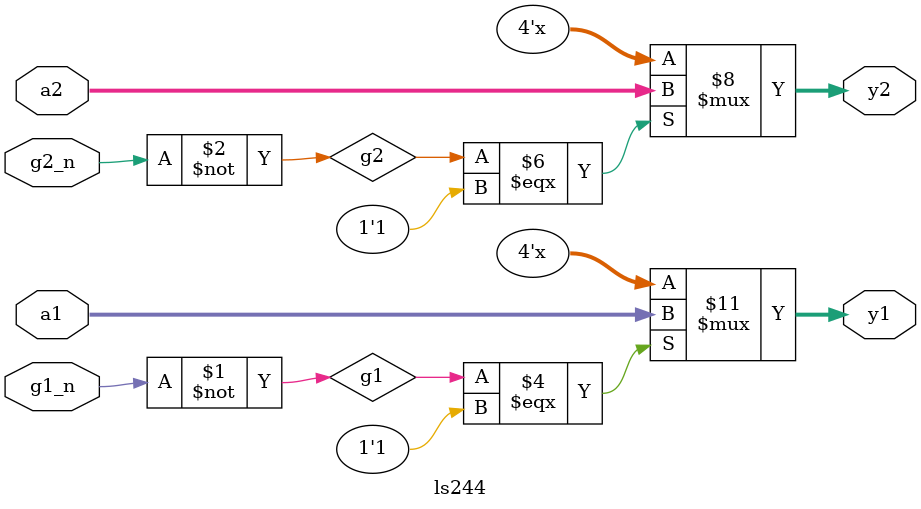
<source format=v>
/*
 * ls244:
 * The ls244 module is an octal buffer and line driver with tristate output
 */
module ls244(
	     a1,
	     a2,
	     y1,
	     y2,
	     g1_n,
	     g2_n);

   input [3:0] a1,a2;
   output [3:0] y1,y2;
   input       g1_n, g2_n;

   reg [3:0]   y1,y2;
   wire        g1, g2;

   assign g1 = ~g1_n;
   assign g2 = ~g2_n;

   always @(g1 or a1) begin
      if(g1 === 1'b1) begin
	 y1 = a1;
      end
      else begin
	 y1 = 4'bzzzz;
      end
   end
   always @(g2 or a2) begin
      if(g2 === 1'b1) begin
	 y2 = a2;
      end
      else begin
	 y2 = 4'bzzzz;
      end
   end
   
endmodule // ls244

</source>
